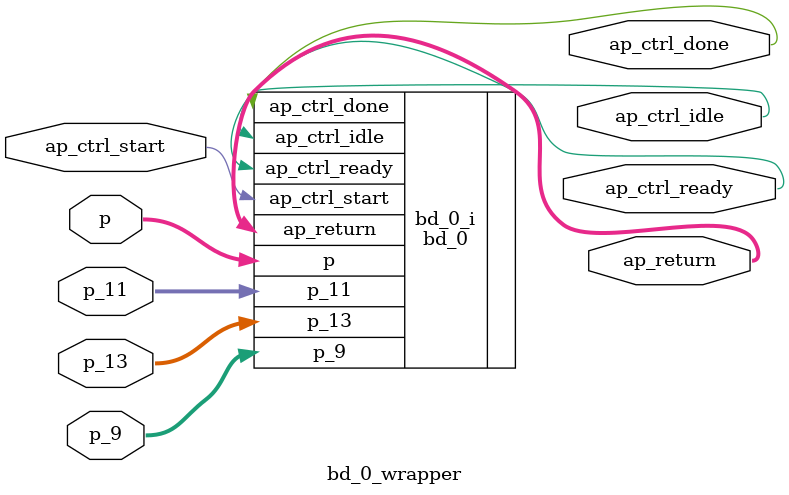
<source format=v>
`timescale 1 ps / 1 ps

module bd_0_wrapper
   (ap_ctrl_done,
    ap_ctrl_idle,
    ap_ctrl_ready,
    ap_ctrl_start,
    ap_return,
    p,
    p_11,
    p_13,
    p_9);
  output ap_ctrl_done;
  output ap_ctrl_idle;
  output ap_ctrl_ready;
  input ap_ctrl_start;
  output [63:0]ap_return;
  input [15:0]p;
  input [31:0]p_11;
  input [7:0]p_13;
  input [31:0]p_9;

  wire ap_ctrl_done;
  wire ap_ctrl_idle;
  wire ap_ctrl_ready;
  wire ap_ctrl_start;
  wire [63:0]ap_return;
  wire [15:0]p;
  wire [31:0]p_11;
  wire [7:0]p_13;
  wire [31:0]p_9;

  bd_0 bd_0_i
       (.ap_ctrl_done(ap_ctrl_done),
        .ap_ctrl_idle(ap_ctrl_idle),
        .ap_ctrl_ready(ap_ctrl_ready),
        .ap_ctrl_start(ap_ctrl_start),
        .ap_return(ap_return),
        .p(p),
        .p_11(p_11),
        .p_13(p_13),
        .p_9(p_9));
endmodule

</source>
